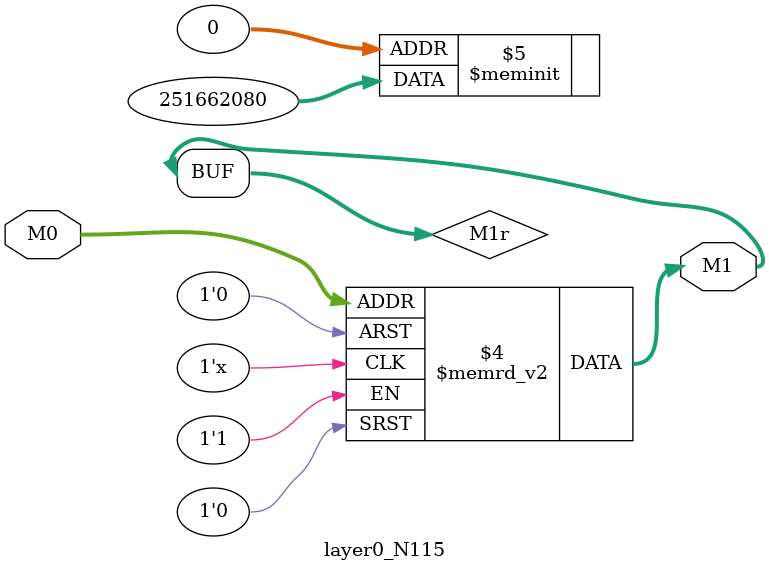
<source format=v>
module layer0_N115 ( input [3:0] M0, output [1:0] M1 );

	(*rom_style = "distributed" *) reg [1:0] M1r;
	assign M1 = M1r;
	always @ (M0) begin
		case (M0)
			4'b0000: M1r = 2'b00;
			4'b1000: M1r = 2'b00;
			4'b0100: M1r = 2'b11;
			4'b1100: M1r = 2'b11;
			4'b0010: M1r = 2'b00;
			4'b1010: M1r = 2'b00;
			4'b0110: M1r = 2'b00;
			4'b1110: M1r = 2'b00;
			4'b0001: M1r = 2'b00;
			4'b1001: M1r = 2'b00;
			4'b0101: M1r = 2'b11;
			4'b1101: M1r = 2'b11;
			4'b0011: M1r = 2'b00;
			4'b1011: M1r = 2'b00;
			4'b0111: M1r = 2'b00;
			4'b1111: M1r = 2'b00;

		endcase
	end
endmodule

</source>
